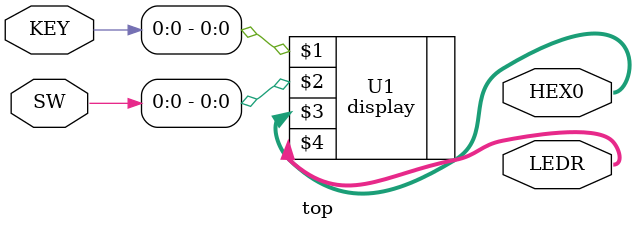
<source format=v>

`default_nettype none

module top (KEY, SW, HEX0, LEDR);
    input wire [3:0] KEY;         // DE-series pushbuttons
    input wire [9:0] SW;          // DE-series switches
    output wire [6:0] HEX0;       // DE-series HEX0 display
    output wire [9:0] LEDR;       // DE-series LEDs

    display U1 (KEY[0], SW[0], HEX0, LEDR);

endmodule


</source>
